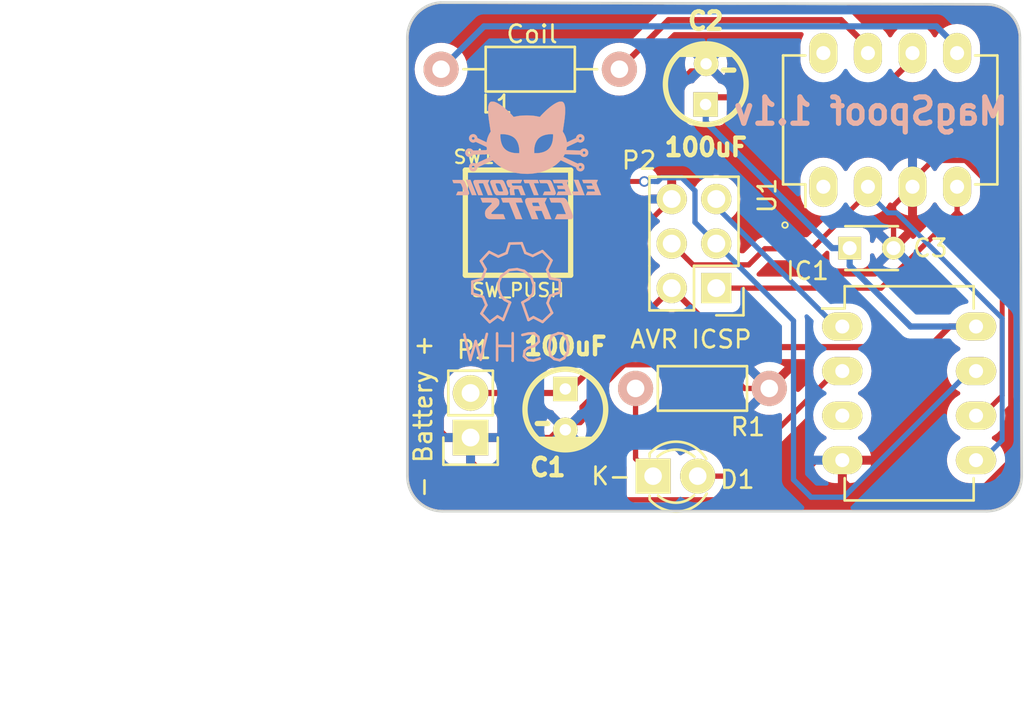
<source format=kicad_pcb>
(kicad_pcb (version 20221018) (generator pcbnew)
  (title_block (title "MagSpoof") (date "2016-07-09") (rev "1.1") (company "Electronic Cats") (comment 1 "Andres Sabas"))
  (layers (0 "F.Cu" signal) (31 "B.Cu" signal) (34 "B.Paste" user) (35 "F.Paste" user) (36 "B.SilkS" user "B.Silkscreen") (37 "F.SilkS" user "F.Silkscreen") (38 "B.Mask" user) (39 "F.Mask" user) (44 "Edge.Cuts" user))
  (net 0 "")
  (net 1 "VCC")
  (net 2 "GND")
  (net 3 "Net-(D1-Pad1)")
  (net 4 "Net-(D1-Pad2)")
  (net 5 "/RST")
  (net 6 "Net-(IC1-Pad3)")
  (net 7 "/MOSI")
  (net 8 "/MISO")
  (net 9 "/SCK")
  (net 10 "Net-(L1-Pad1)")
  (net 11 "Net-(L1-Pad2)")
  (net 12 "Net-(U1-Pad1)")
  (net 13 "Net-(U1-Pad8)")
  (footprint "Housings_DIP:DIP-8_W7.62mm_LongPads" (layer "F.Cu") (at 127.78 97.47)
    (fp_text reference "IC1" (at -1.98 -3.17) (layer "F.SilkS"))
    (fp_text value "ATTINY85-P")
    (pad "1" thru_hole oval (at 0 0) (size 2.3 1.6) (drill 0.8) (layers "*.Cu" "*.Mask" "F.SilkS") (net 5 "/RST"))
    (pad "2" thru_hole oval (at 0 2.54) (size 2.3 1.6) (drill 0.8) (layers "*.Cu" "*.Mask" "F.SilkS") (net 4 "Net-(D1-Pad2)"))
    (pad "3" thru_hole oval (at 0 5.08) (size 2.3 1.6) (drill 0.8) (layers "*.Cu" "*.Mask" "F.SilkS") (net 6 "Net-(IC1-Pad3)"))
    (pad "4" thru_hole oval (at 0 7.62) (size 2.3 1.6) (drill 0.8) (layers "*.Cu" "*.Mask" "F.SilkS") (net 2 "GND"))
    (pad "5" thru_hole oval (at 7.62 7.62) (size 2.3 1.6) (drill 0.8) (layers "*.Cu" "*.Mask" "F.SilkS") (net 7 "/MOSI"))
    (pad "6" thru_hole oval (at 7.62 5.08) (size 2.3 1.6) (drill 0.8) (layers "*.Cu" "*.Mask" "F.SilkS") (net 8 "/MISO"))
    (pad "7" thru_hole oval (at 7.62 2.54) (size 2.3 1.6) (drill 0.8) (layers "*.Cu" "*.Mask" "F.SilkS") (net 9 "/SCK"))
    (pad "8" thru_hole oval (at 7.62 0) (size 2.3 1.6) (drill 0.8) (layers "*.Cu" "*.Mask" "F.SilkS") (net 1 "VCC"))
  )
  (footprint "Resistors_ThroughHole:Resistor_Horizontal_RM10mm" (layer "F.Cu") (at 110 82.8 180)
    (fp_text reference "L1" (at 1.9 -2 180) (layer "F.SilkS"))
    (fp_text value "Coil" (at -0.1 2 180) (layer "F.SilkS"))
    (pad "1" thru_hole circle (at -5.08 0 180) (size 1.99898 1.99898) (drill 1.00076) (layers "*.Cu" "*.SilkS" "*.Mask") (net 10 "Net-(L1-Pad1)"))
    (pad "2" thru_hole circle (at 5.08 0 180) (size 1.99898 1.99898) (drill 1.00076) (layers "*.Cu" "*.SilkS" "*.Mask") (net 11 "Net-(L1-Pad2)"))
  )
  (footprint "Pin_Headers:Pin_Header_Straight_1x02" (layer "F.Cu") (at 106.6 103.8 180)
    (fp_text reference "P1" (at -0.2 5 180) (layer "F.SilkS"))
    (fp_text value "- Battery +" (at 2.7 1.2 270) (layer "F.SilkS"))
    (pad "1" thru_hole rect (at 0 0 180) (size 2.032 2.032) (drill 1.016) (layers "*.Cu" "*.Mask" "F.SilkS") (net 2 "GND"))
    (pad "2" thru_hole oval (at 0 2.54 180) (size 2.032 2.032) (drill 1.016) (layers "*.Cu" "*.Mask" "F.SilkS") (net 1 "VCC"))
  )
  (footprint "Pin_Headers:Pin_Header_Straight_2x03" (layer "F.Cu") (at 120.6 95.28 180)
    (fp_text reference "P2" (at 4.4 7.28 180) (layer "F.SilkS"))
    (fp_text value "AVR ICSP" (at 1.44 -2.92 180) (layer "F.SilkS"))
    (pad "1" thru_hole rect (at 0 0 180) (size 1.7272 1.7272) (drill 1.016) (layers "*.Cu" "*.Mask" "F.SilkS") (net 8 "/MISO"))
    (pad "2" thru_hole oval (at 2.54 0 180) (size 1.7272 1.7272) (drill 1.016) (layers "*.Cu" "*.Mask" "F.SilkS") (net 1 "VCC"))
    (pad "3" thru_hole oval (at 0 2.54 180) (size 1.7272 1.7272) (drill 1.016) (layers "*.Cu" "*.Mask" "F.SilkS") (net 9 "/SCK"))
    (pad "4" thru_hole oval (at 2.54 2.54 180) (size 1.7272 1.7272) (drill 1.016) (layers "*.Cu" "*.Mask" "F.SilkS") (net 7 "/MOSI"))
    (pad "5" thru_hole oval (at 0 5.08 180) (size 1.7272 1.7272) (drill 1.016) (layers "*.Cu" "*.Mask" "F.SilkS") (net 5 "/RST"))
    (pad "6" thru_hole oval (at 2.54 5.08 180) (size 1.7272 1.7272) (drill 1.016) (layers "*.Cu" "*.Mask" "F.SilkS") (net 2 "GND"))
  )
  (footprint "open-project:SW_PUSH_SMD" (layer "F.Cu") (at 109.30204 91.5479)
    (fp_text reference "SW1" (at -2.50204 -3.7479) (layer "F.SilkS") (effects (font (size 0.762 0.762) (thickness 0.127))))
    (fp_text value "SW_PUSH" (at 0 3.85) (layer "F.SilkS") (effects (font (size 0.762 0.762) (thickness 0.127))))
    (pad "1" smd rect (at -3.99796 -2.2479) (size 1.5494 1.2954) (layers "F.Cu" "F.Paste" "F.Mask") (net 9 "/SCK"))
    (pad "1" smd rect (at 3.99796 -2.2479) (size 1.5494 1.2954) (layers "F.Cu" "F.Paste" "F.Mask") (net 9 "/SCK"))
    (pad "2" smd rect (at -3.99796 2.2479) (size 1.5494 1.2954) (layers "F.Cu" "F.Paste" "F.Mask") (net 2 "GND"))
    (pad "2" smd rect (at 3.99796 2.2479) (size 1.5494 1.2954) (layers "F.Cu" "F.Paste" "F.Mask") (net 2 "GND"))
  )
  (footprint "Housings_DIP:DIP-8_W7.62mm_LongPads" (layer "F.Cu") (at 126.7 89.5 90)
    (fp_text reference "U1" (at -0.5 -3.2 90) (layer "F.SilkS"))
    (fp_text value "TC4424")
    (pad "1" thru_hole oval (at 0 0 90) (size 2.3 1.6) (drill 0.8) (layers "*.Cu" "*.Mask" "F.SilkS") (net 12 "Net-(U1-Pad1)"))
    (pad "2" thru_hole oval (at 0 2.54 90) (size 2.3 1.6) (drill 0.8) (layers "*.Cu" "*.Mask" "F.SilkS") (net 7 "/MOSI"))
    (pad "3" thru_hole oval (at 0 5.08 90) (size 2.3 1.6) (drill 0.8) (layers "*.Cu" "*.Mask" "F.SilkS") (net 2 "GND"))
    (pad "4" thru_hole oval (at 0 7.62 90) (size 2.3 1.6) (drill 0.8) (layers "*.Cu" "*.Mask" "F.SilkS") (net 8 "/MISO"))
    (pad "5" thru_hole oval (at 7.62 7.62 90) (size 2.3 1.6) (drill 0.8) (layers "*.Cu" "*.Mask" "F.SilkS") (net 11 "Net-(L1-Pad2)"))
    (pad "6" thru_hole oval (at 7.62 5.08 90) (size 2.3 1.6) (drill 0.8) (layers "*.Cu" "*.Mask" "F.SilkS") (net 1 "VCC"))
    (pad "7" thru_hole oval (at 7.62 2.54 90) (size 2.3 1.6) (drill 0.8) (layers "*.Cu" "*.Mask" "F.SilkS") (net 10 "Net-(L1-Pad1)"))
    (pad "8" thru_hole oval (at 7.62 0 90) (size 2.3 1.6) (drill 0.8) (layers "*.Cu" "*.Mask" "F.SilkS") (net 13 "Net-(U1-Pad8)"))
  )
  (footprint "Capacitors_ThroughHole:C_Disc_D3_P2.5" (layer "F.Cu") (at 128.2 93)
    (fp_text reference "C3" (at 4.6 0) (layer "F.SilkS"))
    (fp_text value "0.1uF")
    (pad "1" thru_hole rect (at 0 0) (size 1.3 1.3) (drill 0.8) (layers "*.Cu" "*.Mask" "F.SilkS") (net 1 "VCC"))
    (pad "2" thru_hole circle (at 2.5 0) (size 1.3 1.3) (drill 0.8001) (layers "*.Cu" "*.Mask" "F.SilkS") (net 2 "GND"))
  )
  (footprint "theinventorhouse:CP_4x5mm" (layer "F.Cu") (at 112 102.2 180)
    (fp_text reference "C1" (at 1 -3.3 180) (layer "F.SilkS") (effects (font (thickness 0.25))))
    (fp_text value "100uF" (at 0 3.6 180) (layer "F.SilkS") (effects (font (thickness 0.25))))
    (pad "1" thru_hole rect (at 0 1.17 180) (size 1.4 1.4) (drill 0.65) (layers "*.Cu" "*.Mask" "F.SilkS") (net 1 "VCC"))
    (pad "2" thru_hole circle (at 0 -1.16 180) (size 1.4 1.4) (drill 0.65) (layers "*.Cu" "*.Mask" "F.SilkS") (net 2 "GND"))
  )
  (footprint "theinventorhouse:CP_4x5mm" (layer "F.Cu") (at 120 83.65)
    (fp_text reference "C2" (at 0 -3.6) (layer "F.SilkS") (effects (font (thickness 0.25))))
    (fp_text value "100uF" (at 0 3.6) (layer "F.SilkS") (effects (font (thickness 0.25))))
    (pad "1" thru_hole rect (at -0.01 1.16) (size 1.4 1.4) (drill 0.65) (layers "*.Cu" "*.Mask" "F.SilkS") (net 1 "VCC"))
    (pad "2" thru_hole circle (at 0.02 -1.16) (size 1.4 1.4) (drill 0.65) (layers "*.Cu" "*.Mask" "F.SilkS") (net 2 "GND"))
  )
  (footprint "LEDs:LED-3MM" (layer "F.Cu") (at 117 106)
    (fp_text reference "D1" (at 4.8 0.2) (layer "F.SilkS"))
    (fp_text value "LED")
    (fp_text user "K-" (at -2.4 0) (layer "F.SilkS"))
    (pad "1" thru_hole rect (at 0 0 90) (size 2 2) (drill 1.00076) (layers "*.Cu" "*.Mask" "F.SilkS") (net 3 "Net-(D1-Pad1)"))
    (pad "2" thru_hole circle (at 2.54 0) (size 2 2) (drill 1.00076) (layers "*.Cu" "*.Mask" "F.SilkS") (net 4 "Net-(D1-Pad2)"))
  )
  (footprint "Resistors_ThroughHole:Resistor_Horizontal_RM7mm" (layer "F.Cu") (at 116 101)
    (fp_text reference "R1" (at 6.4 2.2) (layer "F.SilkS"))
    (fp_text value "330")
    (pad "1" thru_hole circle (at 0 0) (size 1.99898 1.99898) (drill 1.00076) (layers "*.Cu" "*.SilkS" "*.Mask") (net 3 "Net-(D1-Pad1)"))
    (pad "2" thru_hole circle (at 7.62 0) (size 1.99898 1.99898) (drill 1.00076) (layers "*.Cu" "*.SilkS" "*.Mask") (net 2 "GND"))
  )
  (footprint "Symbols:Symbol_OSHW-Logo_SilkScreen" (layer "B.Cu") (at 109.2 95.2 180)
    (fp_text reference "" (at 0.09906 4.38912 180) (layer "B.SilkS") (effects (justify mirror)))
    (fp_text value "OSHW-Logo")
  )
  (footprint "theinventorhouse:electronic_cats_logo_8x6" (layer "B.Cu") (at 109.8 88 180)
    (fp_text reference "G***" hide)
    (fp_text value "LOGO" hide)
  )
  (gr_arc (start 103 81.1) (mid 103.516672 79.654734) (end 104.904751 78.999768) (stroke (width 0.15)) (layer "Edge.Cuts"))
  (gr_arc (start 105 108) (mid 103.585786 107.414214) (end 103 106) (stroke (width 0.15)) (layer "Edge.Cuts"))
  (gr_line (start 104.9 79) (end 136 79.1) (stroke (width 0.15)) (layer "Edge.Cuts"))
  (gr_line (start 136 108) (end 105 108) (stroke (width 0.15)) (layer "Edge.Cuts"))
  (gr_arc (start 138 106) (mid 137.414214 107.414214) (end 136 108) (stroke (width 0.15)) (layer "Edge.Cuts"))
  (gr_line (start 103 106) (end 103 81.1) (stroke (width 0.15)) (layer "Edge.Cuts"))
  (gr_line (start 137.9 81) (end 138 106) (stroke (width 0.15)) (layer "Edge.Cuts"))
  (gr_arc (start 136 79.1) (mid 137.343503 79.656497) (end 137.9 81) (stroke (width 0.15)) (layer "Edge.Cuts"))
  (gr_text "MagSpoof 1.1v" (at 129.4 85.2) (layer "B.SilkS") (effects (font (size 1.5 1.4) (thickness 0.3)) (justify mirror)))
  (segment (start 131.78 81.88) (end 131.202217 81.88) (width 0.28) (layer "F.Cu") (net 1))
  (segment (start 106.6 101.26) (end 111.81 101.26) (width 0.35) (layer "F.Cu") (net 1))
  (segment (start 111.81 101.26) (end 112 101.45) (width 0.35) (layer "F.Cu") (net 1))
  (segment (start 135.75 97.47) (end 135.4 97.47) (width 0.28) (layer "F.Cu") (net 1))
  (segment (start 135.4 97.47) (end 135.05 97.47) (width 0.28) (layer "F.Cu") (net 1))
  (segment (start 133.9 97.47) (end 135.4 97.47) (width 0.35) (layer "F.Cu") (net 1))
  (segment (start 121.42501 98.64501) (end 132.72499 98.64501) (width 0.35) (layer "F.Cu") (net 1))
  (segment (start 129.61 84.4) (end 131.78 82.23) (width 0.35) (layer "F.Cu") (net 1))
  (segment (start 112 101.34) (end 112 101.45) (width 0.35) (layer "F.Cu") (net 1))
  (segment (start 131.78 82.23) (end 131.78 81.88) (width 0.35) (layer "F.Cu") (net 1))
  (segment (start 106.76 101.3) (end 106.6 101.46) (width 0.28) (layer "F.Cu") (net 1))
  (segment (start 118.06 95.28) (end 121.42501 98.64501) (width 0.35) (layer "F.Cu") (net 1))
  (segment (start 118.06 95.28) (end 112 101.34) (width 0.35) (layer "F.Cu") (net 1))
  (segment (start 132.72499 98.64501) (end 133.9 97.47) (width 0.35) (layer "F.Cu") (net 1))
  (segment (start 120 84.4) (end 129.61 84.4) (width 0.35) (layer "F.Cu") (net 1))
  (segment (start 127.2 93) (end 120 85.8) (width 0.35) (layer "B.Cu") (net 1))
  (segment (start 128.2 94) (end 128.2 93) (width 0.35) (layer "B.Cu") (net 1))
  (segment (start 128.2 93) (end 127.2 93) (width 0.35) (layer "B.Cu") (net 1))
  (segment (start 131.67 97.47) (end 128.2 94) (width 0.35) (layer "B.Cu") (net 1))
  (segment (start 135.4 97.47) (end 131.67 97.47) (width 0.35) (layer "B.Cu") (net 1))
  (segment (start 120 85.35) (end 120 84.4) (width 0.35) (layer "B.Cu") (net 1))
  (segment (start 120 85.8) (end 120 85.35) (width 0.35) (layer "B.Cu") (net 1))
  (segment (start 132.93001 87.99999) (end 134.796349 87.99999) (width 0.3) (layer "F.Cu") (net 2))
  (segment (start 122.206508 101) (end 120.857017 99.650509) (width 0.3) (layer "F.Cu") (net 2))
  (segment (start 120.857017 99.650509) (end 115.352243 99.650509) (width 0.3) (layer "F.Cu") (net 2))
  (segment (start 131.78 89.15) (end 131.78 89.5) (width 0.28) (layer "F.Cu") (net 2))
  (segment (start 106.6 105.116) (end 106.6 103.8) (width 0.3) (layer "F.Cu") (net 2))
  (segment (start 124.069999 107.350001) (end 108.834001 107.350001) (width 0.3) (layer "F.Cu") (net 2))
  (segment (start 130.7 93) (end 130.7 90.58) (width 0.3) (layer "F.Cu") (net 2))
  (segment (start 105.30408 98.09592) (end 105.30408 93.7958) (width 0.3) (layer "F.Cu") (net 2))
  (segment (start 137.38002 105.086339) (end 135.266359 107.2) (width 0.3) (layer "F.Cu") (net 2))
  (segment (start 108.834001 107.350001) (end 106.6 105.116) (width 0.3) (layer "F.Cu") (net 2))
  (segment (start 116.578686 91.681314) (end 118.06 90.2) (width 0.3) (layer "F.Cu") (net 2))
  (segment (start 116.578686 91.7) (end 116.578686 91.681314) (width 0.3) (layer "F.Cu") (net 2))
  (segment (start 120 82.9) (end 119.151472 82.9) (width 0.3) (layer "F.Cu") (net 2))
  (segment (start 106.9 104.3) (end 106.6 104) (width 0.28) (layer "F.Cu") (net 2))
  (segment (start 105.284 103.8) (end 103.4 101.916) (width 0.3) (layer "F.Cu") (net 2))
  (segment (start 130.7 90.58) (end 131.78 89.5) (width 0.3) (layer "F.Cu") (net 2))
  (segment (start 128.79 107.2) (end 127.78 106.19) (width 0.3) (layer "F.Cu") (net 2))
  (segment (start 111.15 103.8) (end 112 102.95) (width 0.3) (layer "F.Cu") (net 2))
  (segment (start 106.6 103.8) (end 105.284 103.8) (width 0.3) (layer "F.Cu") (net 2))
  (segment (start 103.4 101.916) (end 103.4 100) (width 0.3) (layer "F.Cu") (net 2))
  (segment (start 105.30408 93.7958) (end 113.3 93.7958) (width 0.28) (layer "F.Cu") (net 2))
  (segment (start 131.78 89.15) (end 132.93001 87.99999) (width 0.3) (layer "F.Cu") (net 2))
  (segment (start 118.06 83.991472) (end 118.06 88.978686) (width 0.3) (layer "F.Cu") (net 2))
  (segment (start 119.151472 82.9) (end 118.06 83.991472) (width 0.3) (layer "F.Cu") (net 2))
  (segment (start 112.950001 102.052751) (end 112.950001 102.848527) (width 0.3) (layer "F.Cu") (net 2))
  (segment (start 103.4 100) (end 105.30408 98.09592) (width 0.3) (layer "F.Cu") (net 2))
  (segment (start 123.62 101) (end 122.206508 101) (width 0.3) (layer "F.Cu") (net 2))
  (segment (start 115.352243 99.650509) (end 112.950001 102.052751) (width 0.3) (layer "F.Cu") (net 2))
  (segment (start 112.950001 102.848527) (end 112.848528 102.95) (width 0.3) (layer "F.Cu") (net 2))
  (segment (start 106.6 103.8) (end 111.15 103.8) (width 0.3) (layer "F.Cu") (net 2))
  (segment (start 127.57 105.3) (end 127.78 105.09) (width 0.28) (layer "F.Cu") (net 2))
  (segment (start 137.38002 90.583661) (end 137.38002 105.086339) (width 0.3) (layer "F.Cu") (net 2))
  (segment (start 135.266359 107.2) (end 128.79 107.2) (width 0.3) (layer "F.Cu") (net 2))
  (segment (start 114.4681 91.7) (end 116.578686 91.7) (width 0.28) (layer "F.Cu") (net 2))
  (segment (start 113.3 93.7958) (end 113.3 92.8681) (width 0.28) (layer "F.Cu") (net 2))
  (segment (start 126.33 105.09) (end 124.069999 107.350001) (width 0.3) (layer "F.Cu") (net 2))
  (segment (start 127.78 106.19) (end 127.78 105.09) (width 0.3) (layer "F.Cu") (net 2))
  (segment (start 118.06 88.978686) (end 118.06 90.2) (width 0.3) (layer "F.Cu") (net 2))
  (segment (start 134.796349 87.99999) (end 137.38002 90.583661) (width 0.3) (layer "F.Cu") (net 2))
  (segment (start 127.78 105.09) (end 126.33 105.09) (width 0.3) (layer "F.Cu") (net 2))
  (segment (start 112.848528 102.95) (end 112 102.95) (width 0.3) (layer "F.Cu") (net 2))
  (segment (start 113.3 92.8681) (end 114.4681 91.7) (width 0.28) (layer "F.Cu") (net 2))
  (segment (start 116 105) (end 117 106) (width 0.3) (layer "F.Cu") (net 3))
  (segment (start 116 101) (end 116 105) (width 0.3) (layer "F.Cu") (net 3))
  (segment (start 119.54 106) (end 121.44 106) (width 0.3) (layer "F.Cu") (net 4))
  (segment (start 121.44 106) (end 127.43 100.01) (width 0.3) (layer "F.Cu") (net 4))
  (segment (start 127.43 100.01) (end 127.78 100.01) (width 0.3) (layer "F.Cu") (net 4))
  (segment (start 127.43 97.47) (end 120.6 90.64) (width 0.3) (layer "B.Cu") (net 5))
  (segment (start 127.78 97.47) (end 127.43 97.47) (width 0.3) (layer "B.Cu") (net 5))
  (segment (start 120.6 90.64) (end 120.6 90.2) (width 0.3) (layer "B.Cu") (net 5))
  (segment (start 119.273601 93.953601) (end 118.923599 93.603599) (width 0.3) (layer "F.Cu") (net 7))
  (segment (start 123.363601 93.036399) (end 122.446399 93.953601) (width 0.3) (layer "F.Cu") (net 7))
  (segment (start 118.923599 93.603599) (end 118.06 92.74) (width 0.3) (layer "F.Cu") (net 7))
  (segment (start 129.24 89.85) (end 126.053601 93.036399) (width 0.28) (layer "F.Cu") (net 7))
  (segment (start 129.24 89.5) (end 129.24 89.85) (width 0.28) (layer "F.Cu") (net 7))
  (segment (start 126.053601 93.036399) (end 123.363601 93.036399) (width 0.3) (layer "F.Cu") (net 7))
  (segment (start 122.446399 93.953601) (end 119.273601 93.953601) (width 0.3) (layer "F.Cu") (net 7))
  (segment (start 129.24 89.5) (end 129.24 89.85) (width 0.28) (layer "B.Cu") (net 7))
  (segment (start 136.89001 103.94999) (end 135.75 105.09) (width 0.28) (layer "B.Cu") (net 7))
  (segment (start 130.882227 90.99001) (end 136.89001 96.997793) (width 0.28) (layer "B.Cu") (net 7))
  (segment (start 135.4 105.09) (end 135.05 105.09) (width 0.28) (layer "B.Cu") (net 7))
  (segment (start 135.4 105.09) (end 135.4 104.512217) (width 0.28) (layer "B.Cu") (net 7))
  (segment (start 130.38001 90.99001) (end 130.882227 90.99001) (width 0.28) (layer "B.Cu") (net 7))
  (segment (start 129.24 89.85) (end 130.38001 90.99001) (width 0.28) (layer "B.Cu") (net 7))
  (segment (start 135.75 105.09) (end 135.4 105.09) (width 0.28) (layer "B.Cu") (net 7))
  (segment (start 136.89001 96.997793) (end 136.89001 103.94999) (width 0.28) (layer "B.Cu") (net 7))
  (segment (start 136.89001 93.50001) (end 136.89001 101.40999) (width 0.28) (layer "F.Cu") (net 8))
  (segment (start 120.6 95.28) (end 129.99 95.28) (width 0.3) (layer "F.Cu") (net 8))
  (segment (start 134.32 90.93) (end 136.89001 93.50001) (width 0.28) (layer "F.Cu") (net 8))
  (segment (start 134.32 89.5) (end 134.32 90.93) (width 0.28) (layer "F.Cu") (net 8))
  (segment (start 136.89001 101.40999) (end 135.75 102.55) (width 0.28) (layer "F.Cu") (net 8))
  (segment (start 135.75 102.55) (end 135.4 102.55) (width 0.28) (layer "F.Cu") (net 8))
  (segment (start 129.99 95.28) (end 134.32 90.95) (width 0.3) (layer "F.Cu") (net 8))
  (segment (start 134.32 90.95) (end 134.32 89.5) (width 0.3) (layer "F.Cu") (net 8))
  (segment (start 116.5 89.2) (end 113.4 89.2) (width 0.28) (layer "F.Cu") (net 9))
  (segment (start 106.35878 89.3) (end 113.3 89.3) (width 0.28) (layer "F.Cu") (net 9))
  (segment (start 105.30408 89.3) (end 106.35878 89.3) (width 0.28) (layer "F.Cu") (net 9))
  (segment (start 113.4 89.2) (end 113.3 89.3) (width 0.28) (layer "F.Cu") (net 9))
  (via (at 116.5 89.2) (size 0.6) (drill 0.4) (layers "F.Cu" "B.Cu") (net 9))
  (segment (start 120.6 92.74) (end 125 97.14) (width 0.3) (layer "B.Cu") (net 9))
  (segment (start 127.86 107.2) (end 135.05 100.01) (width 0.3) (layer "B.Cu") (net 9))
  (segment (start 117.08133 89.2) (end 117.26387 89.2) (width 0.3) (layer "B.Cu") (net 9))
  (segment (start 119.736401 91.876401) (end 120.6 92.74) (width 0.3) (layer "B.Cu") (net 9))
  (segment (start 118.642529 88.986399) (end 119.386399 89.730269) (width 0.3) (layer "B.Cu") (net 9))
  (segment (start 117.26387 89.2) (end 117.477471 88.986399) (width 0.3) (layer "B.Cu") (net 9))
  (segment (start 126 107.2) (end 127.86 107.2) (width 0.3) (layer "B.Cu") (net 9))
  (segment (start 135.75 100.01) (end 135.4 100.01) (width 0.28) (layer "B.Cu") (net 9))
  (segment (start 117.08133 89.2) (end 116.924264 89.2) (width 0.28) (layer "B.Cu") (net 9))
  (segment (start 125 97.14) (end 125 106.2) (width 0.3) (layer "B.Cu") (net 9))
  (segment (start 135.05 100.01) (end 135.4 100.01) (width 0.3) (layer "B.Cu") (net 9))
  (segment (start 125 106.2) (end 125.04001 106.24001) (width 0.3) (layer "B.Cu") (net 9))
  (segment (start 117.477471 88.986399) (end 118.642529 88.986399) (width 0.3) (layer "B.Cu") (net 9))
  (segment (start 125.04001 106.24001) (end 126 107.2) (width 0.3) (layer "B.Cu") (net 9))
  (segment (start 119.386399 89.730269) (end 119.386399 91.526399) (width 0.3) (layer "B.Cu") (net 9))
  (segment (start 119.386399 91.526399) (end 119.736401 91.876401) (width 0.3) (layer "B.Cu") (net 9))
  (segment (start 116.924264 89.2) (end 116.5 89.2) (width 0.28) (layer "B.Cu") (net 9))
  (segment (start 129.24 81.53) (end 127.71 80) (width 0.35) (layer "F.Cu") (net 10))
  (segment (start 127.71 80) (end 117.88 80) (width 0.35) (layer "F.Cu") (net 10))
  (segment (start 117.88 80) (end 115.08 82.8) (width 0.35) (layer "F.Cu") (net 10))
  (segment (start 129.24 81.88) (end 129.24 81.53) (width 0.35) (layer "F.Cu") (net 10))
  (segment (start 134.32 81.88) (end 134.32 81.53) (width 0.35) (layer "B.Cu") (net 11))
  (segment (start 133.14499 80.35499) (end 107.36501 80.35499) (width 0.35) (layer "B.Cu") (net 11))
  (segment (start 134.32 81.53) (end 133.14499 80.35499) (width 0.35) (layer "B.Cu") (net 11))
  (segment (start 107.36501 80.35499) (end 104.92 82.8) (width 0.35) (layer "B.Cu") (net 11))
  (zone (net 2) (net_name "GND") (layer "F.Cu") (connect_pads (clearance 0.508)) (min_thickness 0.254) (fill yes (thermal_gap 0.508) (thermal_bridge_width 0.508))
    (polygon (pts (xy 103 79) (xy 137.9 79.1) (xy 138 108.1) (xy 102.9 108.1)))
  )
  (zone (net 2) (net_name "GND") (layer "B.Cu") (connect_pads (clearance 0.508)) (min_thickness 0.254) (fill yes (thermal_gap 0.508) (thermal_bridge_width 0.508))
    (polygon (pts (xy 103 79) (xy 137.9 79) (xy 138 108) (xy 102.9 108.1)))
  )
)
</source>
